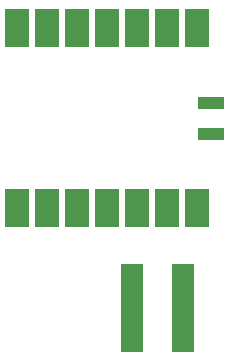
<source format=gtp>
G04 Layer: TopPasteMaskLayer*
G04 EasyEDA v6.4.14, 2021-02-02T13:22:32--5:00*
G04 99f0f78b573744e3acd602d4f8b6235f,d79a69aa59da4e1fbb9b7d465b79b5da,10*
G04 Gerber Generator version 0.2*
G04 Scale: 100 percent, Rotated: No, Reflected: No *
G04 Dimensions in millimeters *
G04 leading zeros omitted , absolute positions ,4 integer and 5 decimal *
%FSLAX45Y45*%
%MOMM*%

%ADD13R,2.0000X3.3000*%
%ADD14R,2.3000X1.1000*%
%ADD15R,1.9000X7.5000*%

%LPD*%
D13*
G01*
X520700Y1244600D03*
G01*
X774700Y1244600D03*
G01*
X1028700Y1244600D03*
G01*
X1282700Y1244600D03*
G01*
X1536700Y1244600D03*
G01*
X1790700Y1244600D03*
G01*
X2044700Y1244600D03*
G01*
X2044700Y2768600D03*
G01*
X1790700Y2768600D03*
G01*
X1536700Y2768600D03*
G01*
X1282700Y2768600D03*
G01*
X1028700Y2768600D03*
G01*
X774700Y2768600D03*
G01*
X520700Y2768600D03*
D14*
G01*
X2162708Y1876602D03*
G01*
X2162708Y2136597D03*
D15*
G01*
X1924304Y399795D03*
G01*
X1489710Y399795D03*
M02*

</source>
